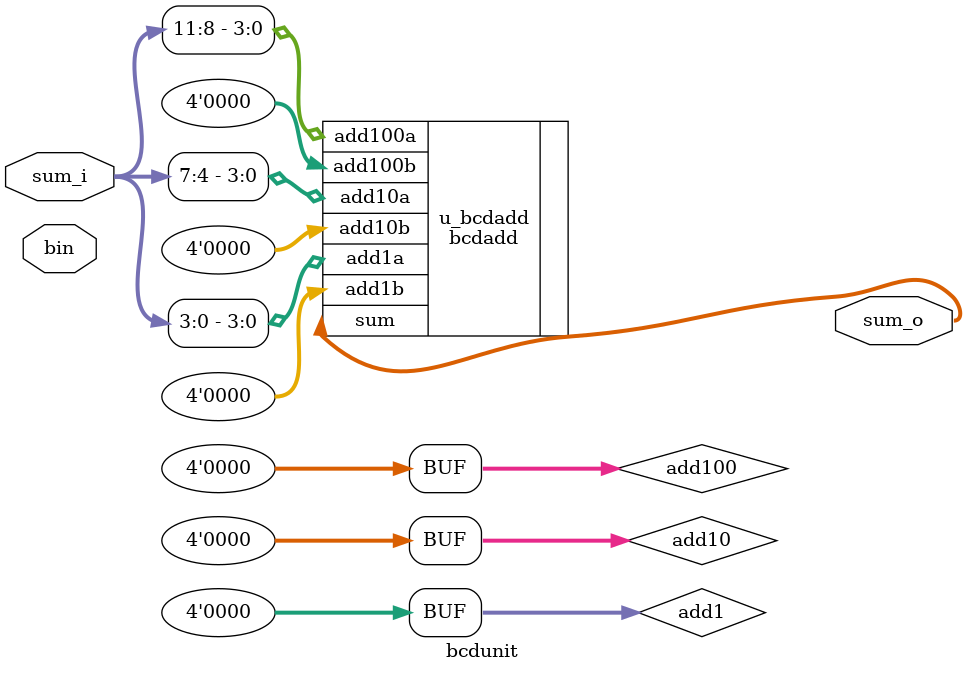
<source format=v>
module bcdunit #(
    parameter  BIT = 4'b0
)
(
    input wire bin,
    input wire [15:0] sum_i,
    output wire [15:0] sum_o
);
    
    wire [3:0] add1 = bin ? (( BIT == 4) ? 6
                    : ( BIT == 5) ? 2
                    : ( BIT == 6) ? 4
                    : ( BIT == 7) ? 8 
                    : ( BIT == 8) ? 6
                    : ( BIT == 9) ? 2
                    : 0) :0;

   wire [3:0] add10 = bin ? (( BIT == 4) ? 1
                    : ( BIT == 5) ? 3
                    : ( BIT == 6) ? 6
                    : ( BIT == 7) ? 2 
                    : ( BIT == 8) ? 5
                    : ( BIT == 9) ? 1
                    : 0) :0;

   wire [3:0] add100 = bin ? (( BIT == 4) ? 0
                    : ( BIT == 5) ? 0
                    : ( BIT == 6) ? 0
                    : ( BIT == 7) ? 1 
                    : ( BIT == 8) ? 2
                    : ( BIT == 9) ? 5
                    : 0) :0;

    bcdadd u_bcdadd(
        .add1a   ( sum_i[3:0]   ),
        .add1b   ( add1   ),
        .add10a  ( sum_i[7:4]   ),
        .add10b  ( add10  ),
        .add100a ( sum_i[11:8]  ),
        .add100b ( add100 ),
        .sum     ( sum_o        )
    );

endmodule //bcdunit

</source>
